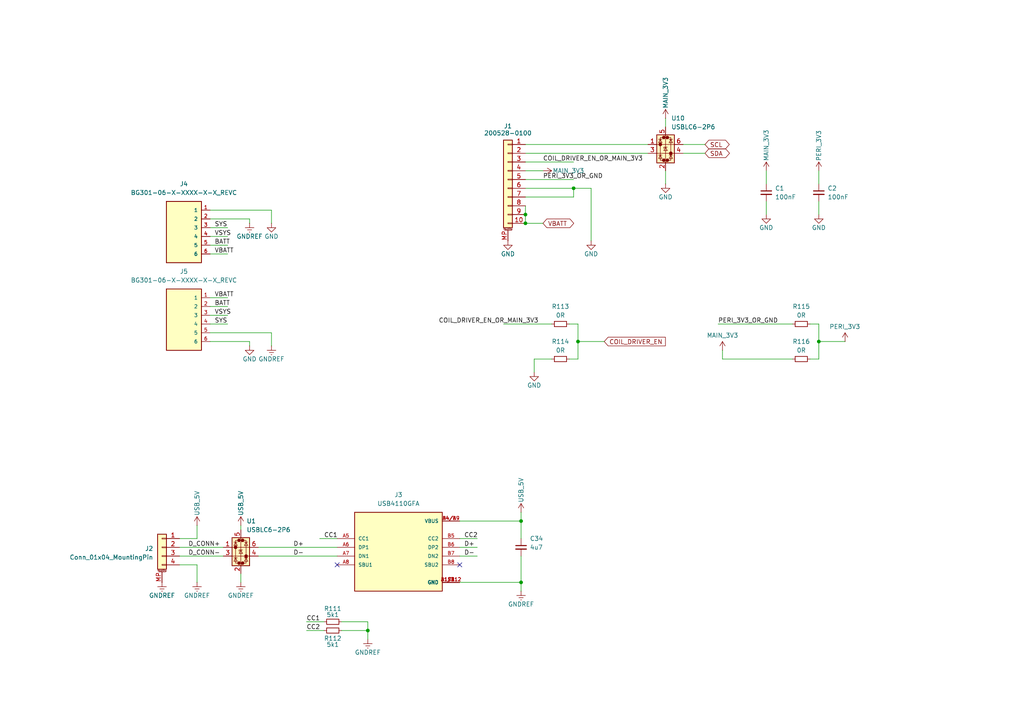
<source format=kicad_sch>
(kicad_sch (version 20231120) (generator "eeschema") (generator_version "8.0")
  (paper "A4")
  (lib_symbols
    (symbol "Argus-Connectors:BG301-06-X-XXXX-X-X_REVC" (pin_names (offset 1.016))
      (property "Reference" "J" (at -5.0861 8.1377 0))
      (property "Value" "BG301-06-X-XXXX-X-X_REVC" (at -5.0814 -12.7035 0))
      (symbol "BG301-06-X-XXXX-X-X_REVC_0_0"
        (rectangle (start -5.08 -10.16) (end 5.08 7.62) (stroke (width 0.254)) (fill (type background)))
        (pin passive line (at -7.62 5.08 0) (length 2.54) (name "1") (number "1"))
        (pin passive line (at -7.62 2.54 0) (length 2.54) (name "2") (number "2"))
        (pin passive line (at -7.62 0 0) (length 2.54) (name "3") (number "3"))
        (pin passive line (at -7.62 -2.54 0) (length 2.54) (name "4") (number "4"))
        (pin passive line (at -7.62 -5.08 0) (length 2.54) (name "5") (number "5"))
        (pin passive line (at -7.62 -7.62 0) (length 2.54) (name "6") (number "6"))
      )
    )
    (symbol "Argus-Connectors:USB4110GFA" (pin_names (offset 1.016))
      (property "Reference" "J" (at -12.7 11.43 0))
      (property "Value" "USB4110GFA" (at -12.7 -15.24 0))
      (symbol "USB4110GFA_0_0"
        (rectangle (start -12.7 -12.7) (end 12.7 10.16) (stroke (width 0.254)) (fill (type background)))
        (pin power_in line (at 17.78 -10.16 180) (length 5.08) (name "GND") (number "A1/B12"))
        (pin power_in line (at 17.78 7.62 180) (length 5.08) (name "VBUS") (number "A4/B9"))
        (pin bidirectional line (at -17.78 2.54 0) (length 5.08) (name "CC1") (number "A5"))
        (pin bidirectional line (at -17.78 0 0) (length 5.08) (name "DP1") (number "A6"))
        (pin bidirectional line (at -17.78 -2.54 0) (length 5.08) (name "DN1") (number "A7"))
        (pin bidirectional line (at -17.78 -5.08 0) (length 5.08) (name "SBU1") (number "A8"))
        (pin power_in line (at 17.78 -10.16 180) (length 5.08) (name "GND") (number "B1/A12"))
        (pin power_in line (at 17.78 7.62 180) (length 5.08) (name "VBUS") (number "B4/A9"))
        (pin bidirectional line (at 17.78 2.54 180) (length 5.08) (name "CC2") (number "B5"))
        (pin bidirectional line (at 17.78 0 180) (length 5.08) (name "DP2") (number "B6"))
        (pin bidirectional line (at 17.78 -2.54 180) (length 5.08) (name "DN2") (number "B7"))
        (pin bidirectional line (at 17.78 -5.08 180) (length 5.08) (name "SBU2") (number "B8"))
        (pin power_in line (at 17.78 -10.16 180) (length 5.08) (name "GND") (number "S1"))
        (pin power_in line (at 17.78 -10.16 180) (length 5.08) (name "GND") (number "S2"))
        (pin power_in line (at 17.78 -10.16 180) (length 5.08) (name "GND") (number "S3"))
        (pin power_in line (at 17.78 -10.16 180) (length 5.08) (name "GND") (number "S4"))
      )
    )
    (symbol "Connector_Generic_MountingPin:Conn_01x04_MountingPin" (pin_names (offset 1.016) hide)
      (property "Reference" "J" (at 0 5.08 0))
      (property "Value" "Conn_01x04_MountingPin" (at 1.27 -7.62 0))
      (symbol "Conn_01x04_MountingPin_1_1"
        (rectangle (start -1.27 -4.953) (end 0 -5.207) (stroke (width 0.1524)))
        (rectangle (start -1.27 -2.413) (end 0 -2.667) (stroke (width 0.1524)))
        (rectangle (start -1.27 0.127) (end 0 -0.127) (stroke (width 0.1524)))
        (rectangle (start -1.27 2.667) (end 0 2.413) (stroke (width 0.1524)))
        (rectangle (start -1.27 3.81) (end 1.27 -6.35) (stroke (width 0.254)) (fill (type background)))
        (polyline (pts (xy -1.016 -7.112) (xy 1.016 -7.112)) (stroke (width 0.1524)))
        (text "Mounting" (at 0 -6.731 0) (effects (font (size 0.381 0.381))))
        (pin passive line (at -5.08 2.54 0) (length 3.81) (name "Pin_1") (number "1"))
        (pin passive line (at -5.08 0 0) (length 3.81) (name "Pin_2") (number "2"))
        (pin passive line (at -5.08 -2.54 0) (length 3.81) (name "Pin_3") (number "3"))
        (pin passive line (at -5.08 -5.08 0) (length 3.81) (name "Pin_4") (number "4"))
        (pin passive line (at 0 -10.16 90) (length 3.048) (name "MountPin") (number "MP"))
      )
    )
    (symbol "Connector_Generic_MountingPin:Conn_01x10_MountingPin" (pin_names (offset 1.016) hide)
      (property "Reference" "J" (at 0 12.7 0))
      (property "Value" "Conn_01x10_MountingPin" (at 1.27 -15.24 0))
      (symbol "Conn_01x10_MountingPin_1_1"
        (rectangle (start -1.27 -12.573) (end 0 -12.827) (stroke (width 0.1524)))
        (rectangle (start -1.27 -10.033) (end 0 -10.287) (stroke (width 0.1524)))
        (rectangle (start -1.27 -7.493) (end 0 -7.747) (stroke (width 0.1524)))
        (rectangle (start -1.27 -4.953) (end 0 -5.207) (stroke (width 0.1524)))
        (rectangle (start -1.27 -2.413) (end 0 -2.667) (stroke (width 0.1524)))
        (rectangle (start -1.27 0.127) (end 0 -0.127) (stroke (width 0.1524)))
        (rectangle (start -1.27 2.667) (end 0 2.413) (stroke (width 0.1524)))
        (rectangle (start -1.27 5.207) (end 0 4.953) (stroke (width 0.1524)))
        (rectangle (start -1.27 7.747) (end 0 7.493) (stroke (width 0.1524)))
        (rectangle (start -1.27 10.287) (end 0 10.033) (stroke (width 0.1524)))
        (rectangle (start -1.27 11.43) (end 1.27 -13.97) (stroke (width 0.254)) (fill (type background)))
        (polyline (pts (xy -1.016 -14.732) (xy 1.016 -14.732)) (stroke (width 0.1524)))
        (text "Mounting" (at 0 -14.351 0) (effects (font (size 0.381 0.381))))
        (pin passive line (at -5.08 10.16 0) (length 3.81) (name "Pin_1") (number "1"))
        (pin passive line (at -5.08 -12.7 0) (length 3.81) (name "Pin_10") (number "10"))
        (pin passive line (at -5.08 7.62 0) (length 3.81) (name "Pin_2") (number "2"))
        (pin passive line (at -5.08 5.08 0) (length 3.81) (name "Pin_3") (number "3"))
        (pin passive line (at -5.08 2.54 0) (length 3.81) (name "Pin_4") (number "4"))
        (pin passive line (at -5.08 0 0) (length 3.81) (name "Pin_5") (number "5"))
        (pin passive line (at -5.08 -2.54 0) (length 3.81) (name "Pin_6") (number "6"))
        (pin passive line (at -5.08 -5.08 0) (length 3.81) (name "Pin_7") (number "7"))
        (pin passive line (at -5.08 -7.62 0) (length 3.81) (name "Pin_8") (number "8"))
        (pin passive line (at -5.08 -10.16 0) (length 3.81) (name "Pin_9") (number "9"))
        (pin passive line (at 0 -17.78 90) (length 3.048) (name "MountPin") (number "MP"))
      )
    )
    (symbol "Device:C_Small" (pin_numbers hide) (pin_names (offset 0.254) hide)
      (property "Reference" "C" (at 0.254 1.778 0))
      (property "Value" "C_Small" (at 0.254 -2.032 0))
      (symbol "C_Small_0_1"
        (polyline (pts (xy -1.524 -0.508) (xy 1.524 -0.508)) (stroke (width 0.3302)))
        (polyline (pts (xy -1.524 0.508) (xy 1.524 0.508)) (stroke (width 0.3048)))
      )
      (symbol "C_Small_1_1"
        (pin passive line (at 0 2.54 270) (length 2.032) (name "~") (number "1"))
        (pin passive line (at 0 -2.54 90) (length 2.032) (name "~") (number "2"))
      )
    )
    (symbol "Device:R_Small" (pin_numbers hide) (pin_names (offset 0.254) hide)
      (property "Reference" "R" (at 0.762 0.508 0))
      (property "Value" "R_Small" (at 0.762 -1.016 0))
      (symbol "R_Small_0_1"
        (rectangle (start -0.762 1.778) (end 0.762 -1.778) (stroke (width 0.2032)))
      )
      (symbol "R_Small_1_1"
        (pin passive line (at 0 2.54 270) (length 0.762) (name "~") (number "1"))
        (pin passive line (at 0 -2.54 90) (length 0.762) (name "~") (number "2"))
      )
    )
    (symbol "Power_Protection:USBLC6-2P6" (pin_names hide)
      (property "Reference" "U" (at 0.635 5.715 0))
      (property "Value" "USBLC6-2P6" (at 0.635 3.81 0))
      (symbol "USBLC6-2P6_0_0"
        (circle (center -1.524 0) (radius 0.0001) (stroke (width 0.508)))
        (circle (center -0.508 -4.572) (radius 0.0001) (stroke (width 0.508)))
        (circle (center -0.508 2.032) (radius 0.0001) (stroke (width 0.508)))
        (circle (center 0.508 -4.572) (radius 0.0001) (stroke (width 0.508)))
        (circle (center 0.508 2.032) (radius 0.0001) (stroke (width 0.508)))
        (circle (center 1.524 -2.54) (radius 0.0001) (stroke (width 0.508)))
      )
      (symbol "USBLC6-2P6_0_1"
        (polyline (pts (xy -2.54 -2.54) (xy 2.54 -2.54)))
        (polyline (pts (xy -2.54 0) (xy 2.54 0)))
        (polyline (pts (xy -2.032 -3.048) (xy -1.016 -3.048)))
        (polyline (pts (xy -1.016 1.524) (xy -2.032 1.524)))
        (polyline (pts (xy 1.016 -3.048) (xy 2.032 -3.048)))
        (polyline (pts (xy 1.016 1.524) (xy 2.032 1.524)))
        (polyline (pts (xy -0.508 -1.143) (xy -0.508 -0.762) (xy 0.508 -0.762)))
        (polyline (pts (xy -2.032 0.508) (xy -1.016 0.508) (xy -1.524 1.524) (xy -2.032 0.508)))
        (polyline (pts (xy -1.016 -4.064) (xy -2.032 -4.064) (xy -1.524 -3.048) (xy -1.016 -4.064)))
        (polyline (pts (xy 0.508 -1.778) (xy -0.508 -1.778) (xy 0 -0.762) (xy 0.508 -1.778)))
        (polyline (pts (xy 2.032 -4.064) (xy 1.016 -4.064) (xy 1.524 -3.048) (xy 2.032 -4.064)))
        (polyline (pts (xy 2.032 0.508) (xy 1.016 0.508) (xy 1.524 1.524) (xy 2.032 0.508)))
        (polyline (pts (xy 0 2.54) (xy -0.508 2.032) (xy 0.508 2.032) (xy 0 1.524) (xy 0 -4.064) (xy -0.508 -4.572) (xy 0.508 -4.572) (xy 0 -5.08)))
      )
      (symbol "USBLC6-2P6_1_1"
        (rectangle (start -2.54 2.794) (end 2.54 -5.334) (stroke (width 0.254)) (fill (type background)))
        (polyline (pts (xy -0.508 2.032) (xy -1.524 2.032) (xy -1.524 -4.572) (xy -0.508 -4.572)))
        (polyline (pts (xy 0.508 -4.572) (xy 1.524 -4.572) (xy 1.524 2.032) (xy 0.508 2.032)))
        (pin passive line (at -5.08 0 0) (length 2.54) (name "I/O1") (number "1"))
        (pin passive line (at 0 -7.62 90) (length 2.54) (name "GND") (number "2"))
        (pin passive line (at -5.08 -2.54 0) (length 2.54) (name "I/O2") (number "3"))
        (pin passive line (at 5.08 -2.54 180) (length 2.54) (name "I/O2") (number "4"))
        (pin passive line (at 0 5.08 270) (length 2.54) (name "VBUS") (number "5"))
        (pin passive line (at 5.08 0 180) (length 2.54) (name "I/O1") (number "6"))
      )
    )
    (symbol "power:+3.3V" (power) (pin_numbers hide) (pin_names (offset 0) hide)
      (property "Value" "+3.3V" (at 0 3.556 0))
      (symbol "+3.3V_0_1"
        (polyline (pts (xy -0.762 1.27) (xy 0 2.54)))
        (polyline (pts (xy 0 0) (xy 0 2.54)))
        (polyline (pts (xy 0 2.54) (xy 0.762 1.27)))
      )
      (symbol "+3.3V_1_1"
        (pin power_in line (at 0 0 90) (length 0) (name "~") (number "1"))
      )
    )
    (symbol "power:GND" (power) (pin_numbers hide) (pin_names (offset 0) hide)
      (property "Value" "GND" (at 0 -3.81 0))
      (symbol "GND_0_1"
        (polyline (pts (xy 0 0) (xy 0 -1.27) (xy 1.27 -1.27) (xy 0 -2.54) (xy -1.27 -1.27) (xy 0 -1.27)))
      )
      (symbol "GND_1_1"
        (pin power_in line (at 0 0 270) (length 0) (name "~") (number "1"))
      )
    )
    (symbol "power:GNDREF" (power) (pin_numbers hide) (pin_names (offset 0) hide)
      (property "Value" "GNDREF" (at 0 -3.81 0))
      (symbol "GNDREF_0_1"
        (polyline (pts (xy -0.635 -1.905) (xy 0.635 -1.905)))
        (polyline (pts (xy -0.127 -2.54) (xy 0.127 -2.54)))
        (polyline (pts (xy 0 -1.27) (xy 0 0)))
        (polyline (pts (xy 1.27 -1.27) (xy -1.27 -1.27)))
      )
      (symbol "GNDREF_1_1"
        (pin power_in line (at 0 0 270) (length 0) (name "~") (number "1"))
      )
    )
  )
  (junction (at 166.37 54.61))
  (junction (at 151.13 168.91))
  (junction (at 167.64 99.06))
  (junction (at 106.68 182.88))
  (junction (at 237.49 99.06))
  (junction (at 151.13 151.13))
  (junction (at 152.4 62.23))
  (junction (at 152.4 64.77))
  (no_connect (at 133.35 163.83))
  (no_connect (at 97.79 163.83))
  (wire (pts (xy 171.45 54.61) (xy 171.45 69.85)))
  (wire (pts (xy 60.96 71.12) (xy 66.04 71.12)))
  (wire (pts (xy 208.28 93.98) (xy 229.87 93.98)))
  (wire (pts (xy 60.96 91.44) (xy 66.04 91.44)))
  (wire (pts (xy 152.4 57.15) (xy 166.37 57.15)))
  (wire (pts (xy 152.4 46.99) (xy 166.37 46.99)))
  (wire (pts (xy 237.49 104.14) (xy 234.95 104.14)))
  (wire (pts (xy 92.71 156.21) (xy 97.79 156.21)))
  (wire (pts (xy 146.05 93.98) (xy 160.02 93.98)))
  (wire (pts (xy 157.48 49.53) (xy 152.4 49.53)))
  (wire (pts (xy 237.49 49.53) (xy 237.49 53.34)))
  (wire (pts (xy 152.4 62.23) (xy 152.4 64.77)))
  (wire (pts (xy 167.64 93.98) (xy 167.64 99.06)))
  (wire (pts (xy 209.55 101.6) (xy 209.55 104.14)))
  (wire (pts (xy 133.35 161.29) (xy 138.43 161.29)))
  (wire (pts (xy 60.96 68.58) (xy 66.04 68.58)))
  (wire (pts (xy 160.02 104.14) (xy 154.94 104.14)))
  (wire (pts (xy 198.12 41.91) (xy 204.47 41.91)))
  (wire (pts (xy 133.35 151.13) (xy 151.13 151.13)))
  (wire (pts (xy 222.25 49.53) (xy 222.25 53.34)))
  (wire (pts (xy 52.07 156.21) (xy 57.15 156.21)))
  (wire (pts (xy 106.68 180.34) (xy 99.06 180.34)))
  (wire (pts (xy 152.4 54.61) (xy 166.37 54.61)))
  (wire (pts (xy 74.93 158.75) (xy 97.79 158.75)))
  (wire (pts (xy 167.64 99.06) (xy 175.26 99.06)))
  (wire (pts (xy 60.96 88.9) (xy 66.04 88.9)))
  (wire (pts (xy 167.64 99.06) (xy 167.64 104.14)))
  (wire (pts (xy 237.49 93.98) (xy 237.49 99.06)))
  (wire (pts (xy 88.9 180.34) (xy 93.98 180.34)))
  (wire (pts (xy 88.9 182.88) (xy 93.98 182.88)))
  (wire (pts (xy 151.13 151.13) (xy 151.13 148.59)))
  (wire (pts (xy 237.49 99.06) (xy 245.11 99.06)))
  (wire (pts (xy 237.49 58.42) (xy 237.49 62.23)))
  (wire (pts (xy 152.4 52.07) (xy 166.37 52.07)))
  (wire (pts (xy 209.55 104.14) (xy 229.87 104.14)))
  (wire (pts (xy 74.93 161.29) (xy 97.79 161.29)))
  (wire (pts (xy 151.13 171.45) (xy 151.13 168.91)))
  (wire (pts (xy 198.12 44.45) (xy 204.47 44.45)))
  (wire (pts (xy 52.07 158.75) (xy 64.77 158.75)))
  (wire (pts (xy 60.96 93.98) (xy 66.04 93.98)))
  (wire (pts (xy 57.15 163.83) (xy 52.07 163.83)))
  (wire (pts (xy 193.04 34.29) (xy 193.04 36.83)))
  (wire (pts (xy 152.4 41.91) (xy 187.96 41.91)))
  (wire (pts (xy 78.74 60.96) (xy 60.96 60.96)))
  (wire (pts (xy 167.64 104.14) (xy 165.1 104.14)))
  (wire (pts (xy 60.96 86.36) (xy 66.04 86.36)))
  (wire (pts (xy 234.95 93.98) (xy 237.49 93.98)))
  (wire (pts (xy 166.37 54.61) (xy 171.45 54.61)))
  (wire (pts (xy 60.96 73.66) (xy 66.04 73.66)))
  (wire (pts (xy 106.68 185.42) (xy 106.68 182.88)))
  (wire (pts (xy 78.74 64.77) (xy 78.74 60.96)))
  (wire (pts (xy 60.96 63.5) (xy 72.39 63.5)))
  (wire (pts (xy 99.06 182.88) (xy 106.68 182.88)))
  (wire (pts (xy 106.68 182.88) (xy 106.68 180.34)))
  (wire (pts (xy 152.4 44.45) (xy 187.96 44.45)))
  (wire (pts (xy 72.39 100.33) (xy 72.39 99.06)))
  (wire (pts (xy 69.85 168.91) (xy 69.85 166.37)))
  (wire (pts (xy 60.96 96.52) (xy 78.74 96.52)))
  (wire (pts (xy 133.35 158.75) (xy 138.43 158.75)))
  (wire (pts (xy 133.35 156.21) (xy 138.43 156.21)))
  (wire (pts (xy 166.37 57.15) (xy 166.37 54.61)))
  (wire (pts (xy 237.49 99.06) (xy 237.49 104.14)))
  (wire (pts (xy 72.39 99.06) (xy 60.96 99.06)))
  (wire (pts (xy 57.15 152.4) (xy 57.15 156.21)))
  (wire (pts (xy 133.35 168.91) (xy 151.13 168.91)))
  (wire (pts (xy 152.4 64.77) (xy 157.48 64.77)))
  (wire (pts (xy 154.94 104.14) (xy 154.94 107.95)))
  (wire (pts (xy 152.4 59.69) (xy 152.4 62.23)))
  (wire (pts (xy 151.13 168.91) (xy 151.13 161.29)))
  (wire (pts (xy 52.07 161.29) (xy 64.77 161.29)))
  (wire (pts (xy 57.15 168.91) (xy 57.15 163.83)))
  (wire (pts (xy 69.85 152.4) (xy 69.85 153.67)))
  (wire (pts (xy 72.39 63.5) (xy 72.39 64.77)))
  (wire (pts (xy 165.1 93.98) (xy 167.64 93.98)))
  (wire (pts (xy 222.25 58.42) (xy 222.25 62.23)))
  (wire (pts (xy 193.04 49.53) (xy 193.04 53.34)))
  (wire (pts (xy 78.74 96.52) (xy 78.74 100.33)))
  (wire (pts (xy 151.13 151.13) (xy 151.13 156.21)))
  (wire (pts (xy 60.96 66.04) (xy 66.04 66.04)))
  (label "VSYS" (at 62.23 91.44 0))
  (label "D_CONN+" (at 54.61 158.75 0))
  (label "D-" (at 134.62 161.29 0))
  (label "SYS" (at 62.23 93.98 0))
  (label "CC1" (at 88.9 180.34 0))
  (label "CC2" (at 134.62 156.21 0))
  (label "CC1" (at 93.98 156.21 0))
  (label "BATT" (at 62.23 71.12 0))
  (label "COIL_DRIVER_EN_OR_MAIN_3V3" (at 157.48 46.99 0))
  (label "BATT" (at 62.23 88.9 0))
  (label "CC2" (at 88.9 182.88 0))
  (label "VBATT" (at 62.23 86.36 0))
  (label "D_CONN-" (at 54.61 161.29 0))
  (label "VBATT" (at 62.23 73.66 0))
  (label "D+" (at 134.62 158.75 0))
  (label "PERI_3V3_OR_GND" (at 157.48 52.07 0))
  (label "D+" (at 85.09 158.75 0))
  (label "PERI_3V3_OR_GND" (at 208.28 93.98 0))
  (label "SYS" (at 62.23 66.04 0))
  (label "VSYS" (at 62.23 68.58 0))
  (label "COIL_DRIVER_EN_OR_MAIN_3V3" (at 156.21 93.98 180))
  (label "D-" (at 85.09 161.29 0))
  (global_label "SCL" (shape bidirectional) (at 204.47 41.91 0) (property "Intersheetrefs" "${INTERSHEET_REFS}" (effects (hide yes))))
  (global_label "COIL_DRIVER_EN" (shape input) (at 175.26 99.06 0) (property "Intersheetrefs" "${INTERSHEET_REFS}" (effects (hide yes))))
  (global_label "VBATT" (shape bidirectional) (at 157.48 64.77 0) (property "Intersheetrefs" "${INTERSHEET_REFS}" (effects (hide yes))))
  (global_label "SDA" (shape bidirectional) (at 204.47 44.45 0) (property "Intersheetrefs" "${INTERSHEET_REFS}" (effects (hide yes))))
  (symbol (lib_id "power:+3.3V") (at 237.49 49.53 0) (mirror y) (unit 1)
    (property "Reference" "#SUPPLY07" (effects (hide yes)))
    (property "Value" "PERI_3V3" (at 237.49 46.736 90) (effects (justify left)))
    (property "Description" "Power symbol creates a global label with name \"+3.3V\"" (effects (hide yes)))
  )
  (symbol (lib_id "Device:R_Small") (at 162.56 93.98 90) (unit 1)
    (property "Reference" "R113" (at 162.56 88.9 90))
    (property "Value" "0R" (at 162.56 91.44 90))
    (property "Footprint" "Resistor_SMD:R_0603_1608Metric" (effects (hide yes)))
    (property "Description" "Resistor, small symbol" (effects (hide yes)))
  )
  (symbol (lib_id "Connector_Generic_MountingPin:Conn_01x04_MountingPin") (at 46.99 158.75 0) (mirror y) (unit 1)
    (property "Reference" "J2" (at 44.45 159.1055 0) (effects (justify left)))
    (property "Value" "Conn_01x04_MountingPin" (at 44.45 161.6455 0) (effects (justify left)))
    (property "Footprint" "Argus-Connectors:Molex_200528-0040_1x04-1MP_P1.00mm_Horizontal" (effects (hide yes)))
    (property "Description" "Generic connectable mounting pin connector, single row, 01x04, script generated (kicad-library-utils/schlib/autogen/connector/)" (effects (hide yes)))
  )
  (symbol (lib_id "power:GND") (at 222.25 62.23 0) (mirror y) (unit 1)
    (property "Reference" "#PWR064" (effects (hide yes)))
    (property "Value" "GND" (at 222.25 66.04 0))
    (property "Description" "Power symbol creates a global label with name \"GND\" , ground" (effects (hide yes)))
  )
  (symbol (lib_id "power:GNDREF") (at 69.85 168.91 0) (unit 1)
    (property "Reference" "#PWR060" (effects (hide yes)))
    (property "Value" "GNDREF" (at 69.85 172.72 0))
    (property "Description" "Power symbol creates a global label with name \"GNDREF\" , reference supply ground" (effects (hide yes)))
  )
  (symbol (lib_id "Device:C_Small") (at 151.13 158.75 0) (unit 1)
    (property "Reference" "C34" (at 153.67 156.21 0) (effects (justify left)))
    (property "Value" "4u7" (at 153.67 158.75 0) (effects (justify left)))
    (property "Footprint" "Capacitor_SMD:C_0603_1608Metric" (effects (hide yes)))
    (property "Description" "4.7uF +-20% 10V X5R" (effects (hide yes)))
  )
  (symbol (lib_id "Device:R_Small") (at 96.52 182.88 270) (mirror x) (unit 1)
    (property "Reference" "R112" (at 96.52 185.166 90))
    (property "Value" "5k1" (at 96.52 186.944 90))
    (property "Footprint" "Resistor_SMD:R_0603_1608Metric" (effects (hide yes)))
    (property "Description" "Resistor, small symbol" (effects (hide yes)))
  )
  (symbol (lib_id "Device:R_Small") (at 232.41 93.98 90) (unit 1)
    (property "Reference" "R115" (at 232.41 88.9 90))
    (property "Value" "0R" (at 232.41 91.44 90))
    (property "Footprint" "Resistor_SMD:R_0603_1608Metric" (effects (hide yes)))
    (property "Description" "Resistor, small symbol" (effects (hide yes)))
  )
  (symbol (lib_id "power:GNDREF") (at 78.74 100.33 0) (mirror y) (unit 1)
    (property "Reference" "#PWR08" (effects (hide yes)))
    (property "Value" "GNDREF" (at 78.74 104.14 0))
    (property "Description" "Power symbol creates a global label with name \"GNDREF\" , reference supply ground" (effects (hide yes)))
  )
  (symbol (lib_id "power:GND") (at 171.45 69.85 0) (mirror y) (unit 1)
    (property "Reference" "#PWR061" (effects (hide yes)))
    (property "Value" "GND" (at 171.45 73.66 0))
    (property "Description" "Power symbol creates a global label with name \"GND\" , ground" (effects (hide yes)))
  )
  (symbol (lib_id "power:GNDREF") (at 106.68 185.42 0) (unit 1)
    (property "Reference" "#PWR062" (effects (hide yes)))
    (property "Value" "GNDREF" (at 106.68 189.23 0))
    (property "Description" "Power symbol creates a global label with name \"GNDREF\" , reference supply ground" (effects (hide yes)))
  )
  (symbol (lib_id "power:+3.3V") (at 193.04 34.29 0) (mirror y) (unit 1)
    (property "Reference" "#SUPPLY02" (effects (hide yes)))
    (property "Value" "MAIN_3V3" (at 193.04 31.496 90) (effects (justify left)))
    (property "Description" "Power symbol creates a global label with name \"+3.3V\"" (effects (hide yes)))
  )
  (symbol (lib_id "Argus-Connectors:USB4110GFA") (at 115.57 158.75 0) (unit 1)
    (property "Reference" "J3" (at 115.57 143.51 0))
    (property "Value" "USB4110GFA" (at 115.57 146.05 0))
    (property "Footprint" "Argus-Connectors:GCT_USB4110GFA" (effects (hide yes)))
    (property "DigiKey_Part_Number" "2073-USB4110-GF-A-2-ND" (effects (hide yes)))
    (property "MF" "GCT" (effects (hide yes)))
    (property "Description_1" "\n                        \n                            USB-C (USB TYPE-C) USB 2.0 Receptacle Connector 24 (16+8 Dummy) Position Surface Mount, Right Angle; Through Hole\n                        \n" (effects (hide yes)))
    (property "Package" "None" (effects (hide yes)))
    (property "Price" "None" (effects (hide yes)))
    (property "SnapEDA_Link" "https://www.snapeda.com/parts/USB4110-GF-A/Global+Connector+Technology/view-part/?ref=snap" (effects (hide yes)))
    (property "MP" "USB4110-GF-A" (effects (hide yes)))
    (property "Availability" "In Stock" (effects (hide yes)))
    (property "Check_prices" "https://www.snapeda.com/parts/USB4110-GF-A/Global+Connector+Technology/view-part/?ref=eda" (effects (hide yes)))
  )
  (symbol (lib_id "power:GNDREF") (at 151.13 171.45 0) (unit 1)
    (property "Reference" "#PWR066" (effects (hide yes)))
    (property "Value" "GNDREF" (at 151.13 175.26 0))
    (property "Description" "Power symbol creates a global label with name \"GNDREF\" , reference supply ground" (effects (hide yes)))
  )
  (symbol (lib_id "power:GND") (at 237.49 62.23 0) (mirror y) (unit 1)
    (property "Reference" "#PWR065" (effects (hide yes)))
    (property "Value" "GND" (at 237.49 66.04 0))
    (property "Description" "Power symbol creates a global label with name \"GND\" , ground" (effects (hide yes)))
  )
  (symbol (lib_id "Connector_Generic_MountingPin:Conn_01x10_MountingPin") (at 147.32 52.07 0) (mirror y) (unit 1)
    (property "Reference" "J1" (at 147.32 36.576 0))
    (property "Value" "200528-0100" (at 147.32 38.608 0))
    (property "Footprint" "Argus-Connectors:Molex_200528-0100_1x10-1MP_P1.00mm_Horizontal" (effects (hide yes)))
    (property "Description" "Generic connectable mounting pin connector, single row, 01x10, script generated (kicad-library-utils/schlib/autogen/connector/)" (effects (hide yes)))
  )
  (symbol (lib_id "power:+3.3V") (at 222.25 49.53 0) (mirror y) (unit 1)
    (property "Reference" "#SUPPLY06" (effects (hide yes)))
    (property "Value" "MAIN_3V3" (at 222.25 46.736 90) (effects (justify left)))
    (property "Description" "Power symbol creates a global label with name \"+3.3V\"" (effects (hide yes)))
  )
  (symbol (lib_id "power:+3.3V") (at 157.48 49.53 270) (mirror x) (unit 1)
    (property "Reference" "#SUPPLY01" (effects (hide yes)))
    (property "Value" "MAIN_3V3" (at 160.274 49.53 90) (effects (justify left)))
    (property "Description" "Power symbol creates a global label with name \"+3.3V\"" (effects (hide yes)))
  )
  (symbol (lib_id "power:GND") (at 147.32 69.85 0) (unit 1)
    (property "Reference" "#PWR03" (effects (hide yes)))
    (property "Value" "GND" (at 147.32 73.66 0))
    (property "Description" "Power symbol creates a global label with name \"GND\" , ground" (effects (hide yes)))
  )
  (symbol (lib_id "Device:C_Small") (at 222.25 55.88 0) (unit 1)
    (property "Reference" "C1" (at 224.79 54.6162 0) (effects (justify left)))
    (property "Value" "100nF" (at 224.79 57.1562 0) (effects (justify left)))
    (property "Footprint" "Capacitor_SMD:C_0603_1608Metric" (effects (hide yes)))
    (property "Description" "Unpolarized capacitor, small symbol" (effects (hide yes)))
  )
  (symbol (lib_id "power:GND") (at 193.04 53.34 0) (mirror y) (unit 1)
    (property "Reference" "#PWR063" (effects (hide yes)))
    (property "Value" "GND" (at 193.04 57.15 0))
    (property "Description" "Power symbol creates a global label with name \"GND\" , ground" (effects (hide yes)))
  )
  (symbol (lib_id "power:+3.3V") (at 209.55 101.6 0) (unit 1)
    (property "Reference" "#SUPPLY05" (effects (hide yes)))
    (property "Value" "MAIN_3V3" (at 204.978 97.282 0) (effects (justify left)))
    (property "Description" "Power symbol creates a global label with name \"+3.3V\"" (effects (hide yes)))
  )
  (symbol (lib_id "Argus-Connectors:BG301-06-X-XXXX-X-X_REVC") (at 53.34 66.04 0) (mirror y) (unit 1)
    (property "Reference" "J4" (at 53.34 53.34 0))
    (property "Value" "BG301-06-X-XXXX-X-X_REVC" (at 53.34 55.88 0))
    (property "Footprint" "Argus-Connectors:GCT_BG301-06-X-XXXX-X-X_REVC" (effects (hide yes)))
    (property "DigiKey_Part_Number" "2073-BG301-06-A-0540-L-BTR-ND" (effects (hide yes)))
    (property "SnapEDA_Link" "https://www.snapeda.com/parts/BG301-06-A-0540-L-B/Global+Connector+Technology/view-part/?ref=snap" (effects (hide yes)))
    (property "Description_1" "\n                        \n                            Connector Header Surface Mount, Right Angle 6 position 0.100 (2.54mm)\n                        \n" (effects (hide yes)))
    (property "Package" "None" (effects (hide yes)))
    (property "Check_prices" "https://www.snapeda.com/parts/BG301-06-A-0540-L-B/Global+Connector+Technology/view-part/?ref=eda" (effects (hide yes)))
    (property "MF" "Global Connector Technology" (effects (hide yes)))
    (property "MP" "BG301-06-A-0540-L-B" (effects (hide yes)))
    (property "MANUFACTURER" "GCT" (effects (hide yes)))
  )
  (symbol (lib_id "Power_Protection:USBLC6-2P6") (at 69.85 158.75 0) (unit 1)
    (property "Reference" "U1" (at 71.5011 151.13 0) (effects (justify left)))
    (property "Value" "USBLC6-2P6" (at 71.5011 153.67 0) (effects (justify left)))
    (property "Footprint" "Package_TO_SOT_SMD:SOT-666" (effects (hide yes)))
    (property "Datasheet" "https://www.st.com/resource/en/datasheet/usblc6-2.pdf" (effects (hide yes)))
    (property "Description" "Very low capacitance ESD protection diode, 2 data-line, SOT-666" (effects (hide yes)))
  )
  (symbol (lib_id "Device:C_Small") (at 237.49 55.88 0) (unit 1)
    (property "Reference" "C2" (at 240.03 54.6162 0) (effects (justify left)))
    (property "Value" "100nF" (at 240.03 57.1562 0) (effects (justify left)))
    (property "Footprint" "Capacitor_SMD:C_0603_1608Metric" (effects (hide yes)))
    (property "Description" "Unpolarized capacitor, small symbol" (effects (hide yes)))
  )
  (symbol (lib_id "power:+3.3V") (at 69.85 152.4 0) (unit 1)
    (property "Reference" "#SUPPLY04" (effects (hide yes)))
    (property "Value" "USB_5V" (at 69.85 149.606 90) (effects (justify left)))
    (property "Description" "Power symbol creates a global label with name \"+3.3V\"" (effects (hide yes)))
  )
  (symbol (lib_id "Device:R_Small") (at 96.52 180.34 270) (mirror x) (unit 1)
    (property "Reference" "R111" (at 96.52 176.53 90))
    (property "Value" "5k1" (at 96.52 178.308 90))
    (property "Footprint" "Resistor_SMD:R_0603_1608Metric" (effects (hide yes)))
    (property "Description" "Resistor, small symbol" (effects (hide yes)))
  )
  (symbol (lib_id "power:GND") (at 154.94 107.95 0) (mirror y) (unit 1)
    (property "Reference" "#PWR059" (effects (hide yes)))
    (property "Value" "GND" (at 154.94 111.76 0))
    (property "Description" "Power symbol creates a global label with name \"GND\" , ground" (effects (hide yes)))
  )
  (symbol (lib_id "power:+3.3V") (at 245.11 99.06 0) (unit 1)
    (property "Reference" "#SUPPLY08" (effects (hide yes)))
    (property "Value" "PERI_3V3" (at 240.538 94.742 0) (effects (justify left)))
    (property "Description" "Power symbol creates a global label with name \"+3.3V\"" (effects (hide yes)))
  )
  (symbol (lib_id "power:GND") (at 72.39 100.33 0) (unit 1)
    (property "Reference" "#PWR06" (effects (hide yes)))
    (property "Value" "GND" (at 72.39 104.14 0))
    (property "Description" "Power symbol creates a global label with name \"GND\" , ground" (effects (hide yes)))
  )
  (symbol (lib_id "Power_Protection:USBLC6-2P6") (at 193.04 41.91 0) (unit 1)
    (property "Reference" "U10" (at 194.6911 34.29 0) (effects (justify left)))
    (property "Value" "USBLC6-2P6" (at 194.6911 36.83 0) (effects (justify left)))
    (property "Footprint" "Package_TO_SOT_SMD:SOT-666" (effects (hide yes)))
    (property "Datasheet" "https://www.st.com/resource/en/datasheet/usblc6-2.pdf" (effects (hide yes)))
    (property "Description" "Very low capacitance ESD protection diode, 2 data-line, SOT-666" (effects (hide yes)))
  )
  (symbol (lib_id "power:+3.3V") (at 151.13 148.59 0) (unit 1)
    (property "Reference" "#SUPPLY09" (effects (hide yes)))
    (property "Value" "USB_5V" (at 151.13 145.796 90) (effects (justify left)))
    (property "Description" "Power symbol creates a global label with name \"+3.3V\"" (effects (hide yes)))
  )
  (symbol (lib_id "power:GNDREF") (at 72.39 64.77 0) (unit 1)
    (property "Reference" "#PWR05" (effects (hide yes)))
    (property "Value" "GNDREF" (at 72.39 68.58 0))
    (property "Description" "Power symbol creates a global label with name \"GNDREF\" , reference supply ground" (effects (hide yes)))
  )
  (symbol (lib_id "power:+3.3V") (at 57.15 152.4 0) (unit 1)
    (property "Reference" "#SUPPLY03" (effects (hide yes)))
    (property "Value" "USB_5V" (at 57.15 149.606 90) (effects (justify left)))
    (property "Description" "Power symbol creates a global label with name \"+3.3V\"" (effects (hide yes)))
  )
  (symbol (lib_id "power:GNDREF") (at 57.15 168.91 0) (unit 1)
    (property "Reference" "#PWR058" (effects (hide yes)))
    (property "Value" "GNDREF" (at 57.15 172.72 0))
    (property "Description" "Power symbol creates a global label with name \"GNDREF\" , reference supply ground" (effects (hide yes)))
  )
  (symbol (lib_id "Argus-Connectors:BG301-06-X-XXXX-X-X_REVC") (at 53.34 91.44 0) (mirror y) (unit 1)
    (property "Reference" "J5" (at 53.34 78.74 0))
    (property "Value" "BG301-06-X-XXXX-X-X_REVC" (at 53.34 81.28 0))
    (property "Footprint" "Argus-Connectors:GCT_BG301-06-X-XXXX-X-X_REVC" (effects (hide yes)))
    (property "DigiKey_Part_Number" "2073-BG301-06-A-0540-L-BTR-ND" (effects (hide yes)))
    (property "SnapEDA_Link" "https://www.snapeda.com/parts/BG301-06-A-0540-L-B/Global+Connector+Technology/view-part/?ref=snap" (effects (hide yes)))
    (property "Description_1" "\n                        \n                            Connector Header Surface Mount, Right Angle 6 position 0.100 (2.54mm)\n                        \n" (effects (hide yes)))
    (property "Package" "None" (effects (hide yes)))
    (property "Check_prices" "https://www.snapeda.com/parts/BG301-06-A-0540-L-B/Global+Connector+Technology/view-part/?ref=eda" (effects (hide yes)))
    (property "MF" "Global Connector Technology" (effects (hide yes)))
    (property "MP" "BG301-06-A-0540-L-B" (effects (hide yes)))
    (property "MANUFACTURER" "GCT" (effects (hide yes)))
  )
  (symbol (lib_id "Device:R_Small") (at 162.56 104.14 90) (unit 1)
    (property "Reference" "R114" (at 162.56 99.06 90))
    (property "Value" "0R" (at 162.56 101.6 90))
    (property "Footprint" "Resistor_SMD:R_0603_1608Metric" (effects (hide yes)))
    (property "Description" "Resistor, small symbol" (effects (hide yes)))
  )
  (symbol (lib_id "power:GNDREF") (at 46.99 168.91 0) (unit 1)
    (property "Reference" "#PWR04" (effects (hide yes)))
    (property "Value" "GNDREF" (at 46.99 172.72 0))
    (property "Description" "Power symbol creates a global label with name \"GNDREF\" , reference supply ground" (effects (hide yes)))
  )
  (symbol (lib_id "power:GND") (at 78.74 64.77 0) (mirror y) (unit 1)
    (property "Reference" "#PWR07" (effects (hide yes)))
    (property "Value" "GND" (at 78.74 68.58 0))
    (property "Description" "Power symbol creates a global label with name \"GND\" , ground" (effects (hide yes)))
  )
  (symbol (lib_id "Device:R_Small") (at 232.41 104.14 90) (unit 1)
    (property "Reference" "R116" (at 232.41 99.06 90))
    (property "Value" "0R" (at 232.41 101.6 90))
    (property "Footprint" "Resistor_SMD:R_0603_1608Metric" (effects (hide yes)))
    (property "Description" "Resistor, small symbol" (effects (hide yes)))
  )
)
</source>
